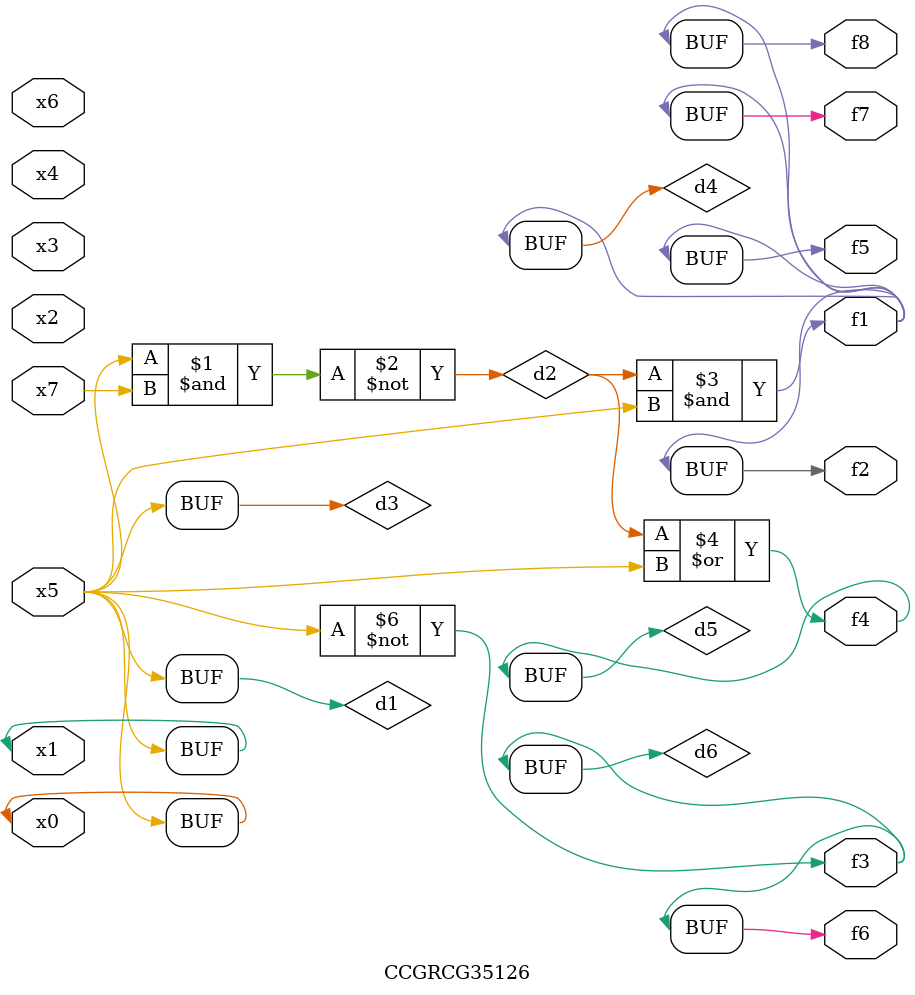
<source format=v>
module CCGRCG35126(
	input x0, x1, x2, x3, x4, x5, x6, x7,
	output f1, f2, f3, f4, f5, f6, f7, f8
);

	wire d1, d2, d3, d4, d5, d6;

	buf (d1, x0, x5);
	nand (d2, x5, x7);
	buf (d3, x0, x1);
	and (d4, d2, d3);
	or (d5, d2, d3);
	nor (d6, d1, d3);
	assign f1 = d4;
	assign f2 = d4;
	assign f3 = d6;
	assign f4 = d5;
	assign f5 = d4;
	assign f6 = d6;
	assign f7 = d4;
	assign f8 = d4;
endmodule

</source>
